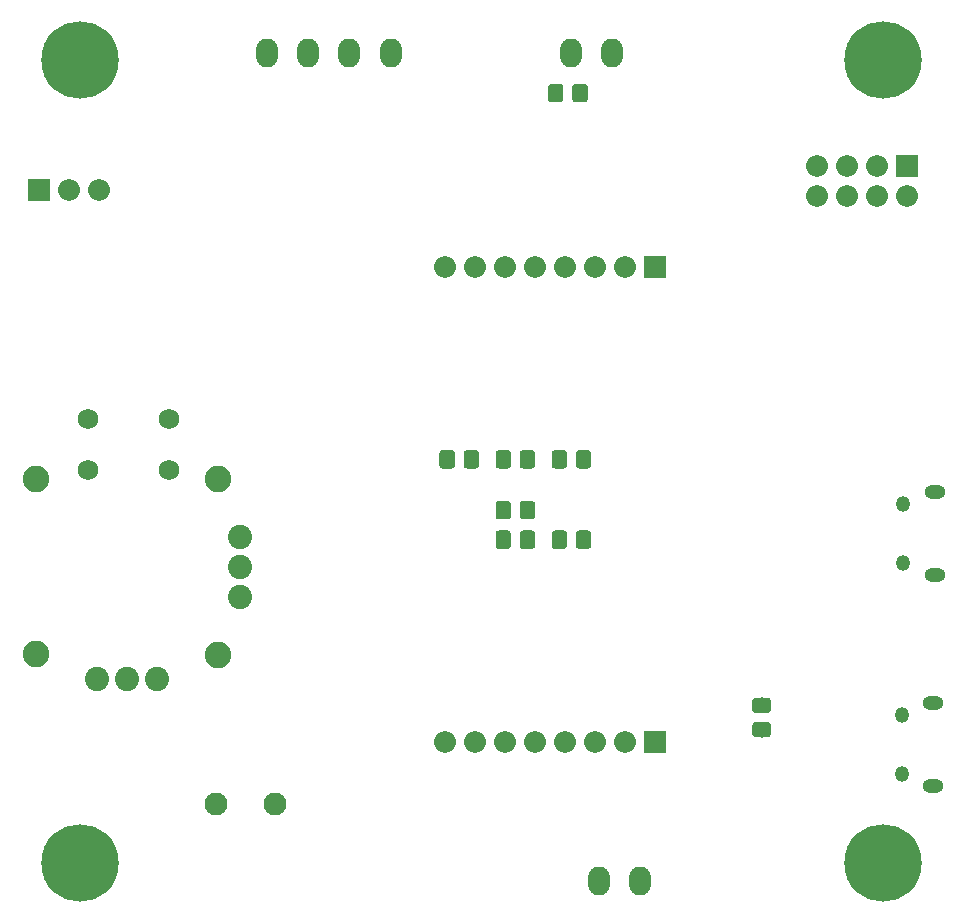
<source format=gbs>
G04 #@! TF.GenerationSoftware,KiCad,Pcbnew,(5.0.0)*
G04 #@! TF.CreationDate,2019-07-14T20:37:54+10:00*
G04 #@! TF.ProjectId,reflow-oven-rev-001,7265666C6F772D6F76656E2D7265762D,A*
G04 #@! TF.SameCoordinates,Original*
G04 #@! TF.FileFunction,Soldermask,Bot*
G04 #@! TF.FilePolarity,Negative*
%FSLAX46Y46*%
G04 Gerber Fmt 4.6, Leading zero omitted, Abs format (unit mm)*
G04 Created by KiCad (PCBNEW (5.0.0)) date 07/14/19 20:37:54*
%MOMM*%
%LPD*%
G01*
G04 APERTURE LIST*
%ADD10O,1.852400X1.852400*%
%ADD11R,1.852400X1.852400*%
%ADD12C,6.552400*%
%ADD13O,1.202400X1.352400*%
%ADD14O,1.802400X1.152400*%
%ADD15O,1.852400X2.452400*%
%ADD16C,1.952400*%
%ADD17C,0.150000*%
%ADD18C,1.302400*%
%ADD19C,2.052400*%
%ADD20C,2.252400*%
%ADD21C,1.752400*%
G04 APERTURE END LIST*
D10*
G04 #@! TO.C,J111*
X74920000Y-101750000D03*
X77460000Y-101750000D03*
X80000000Y-101750000D03*
X82540000Y-101750000D03*
X85080000Y-101750000D03*
X87620000Y-101750000D03*
X90160000Y-101750000D03*
D11*
X92700000Y-101750000D03*
G04 #@! TD*
G04 #@! TO.C,J110*
X92700000Y-61550000D03*
D10*
X90160000Y-61550000D03*
X87620000Y-61550000D03*
X85080000Y-61550000D03*
X82540000Y-61550000D03*
X80000000Y-61550000D03*
X77460000Y-61550000D03*
X74920000Y-61550000D03*
G04 #@! TD*
D12*
G04 #@! TO.C,MH104*
X112000000Y-112000000D03*
G04 #@! TD*
G04 #@! TO.C,MH101*
X112000000Y-44000000D03*
G04 #@! TD*
G04 #@! TO.C,MH103*
X44000000Y-112000000D03*
G04 #@! TD*
G04 #@! TO.C,MH102*
X44000000Y-44000000D03*
G04 #@! TD*
D13*
G04 #@! TO.C,J112*
X113550000Y-104450000D03*
X113550000Y-99450000D03*
D14*
X116250000Y-105450000D03*
X116250000Y-98450000D03*
G04 #@! TD*
D11*
G04 #@! TO.C,J107*
X114000000Y-53000000D03*
D10*
X114000000Y-55540000D03*
X111460000Y-53000000D03*
X111460000Y-55540000D03*
X108920000Y-53000000D03*
X108920000Y-55540000D03*
X106380000Y-53000000D03*
X106380000Y-55540000D03*
G04 #@! TD*
D14*
G04 #@! TO.C,J109*
X116350000Y-80600000D03*
X116350000Y-87600000D03*
D13*
X113650000Y-81600000D03*
X113650000Y-86600000D03*
G04 #@! TD*
D15*
G04 #@! TO.C,J104*
X89050000Y-43400000D03*
X85550000Y-43400000D03*
G04 #@! TD*
G04 #@! TO.C,J106*
X87950000Y-113500000D03*
X91450000Y-113500000D03*
G04 #@! TD*
G04 #@! TO.C,J101*
X70300000Y-43400000D03*
X66800000Y-43400000D03*
X63300000Y-43400000D03*
X59800000Y-43400000D03*
G04 #@! TD*
D16*
G04 #@! TO.C,BZ101*
X60500000Y-107000000D03*
X55500000Y-107000000D03*
G04 #@! TD*
D17*
G04 #@! TO.C,C101*
G36*
X84670822Y-46025163D02*
X84698306Y-46029240D01*
X84725258Y-46035991D01*
X84751419Y-46045352D01*
X84776537Y-46057232D01*
X84800369Y-46071516D01*
X84822686Y-46088068D01*
X84843273Y-46106727D01*
X84861932Y-46127314D01*
X84878484Y-46149631D01*
X84892768Y-46173463D01*
X84904648Y-46198581D01*
X84914009Y-46224742D01*
X84920760Y-46251694D01*
X84924837Y-46279178D01*
X84926200Y-46306930D01*
X84926200Y-47293070D01*
X84924837Y-47320822D01*
X84920760Y-47348306D01*
X84914009Y-47375258D01*
X84904648Y-47401419D01*
X84892768Y-47426537D01*
X84878484Y-47450369D01*
X84861932Y-47472686D01*
X84843273Y-47493273D01*
X84822686Y-47511932D01*
X84800369Y-47528484D01*
X84776537Y-47542768D01*
X84751419Y-47554648D01*
X84725258Y-47564009D01*
X84698306Y-47570760D01*
X84670822Y-47574837D01*
X84643070Y-47576200D01*
X83906930Y-47576200D01*
X83879178Y-47574837D01*
X83851694Y-47570760D01*
X83824742Y-47564009D01*
X83798581Y-47554648D01*
X83773463Y-47542768D01*
X83749631Y-47528484D01*
X83727314Y-47511932D01*
X83706727Y-47493273D01*
X83688068Y-47472686D01*
X83671516Y-47450369D01*
X83657232Y-47426537D01*
X83645352Y-47401419D01*
X83635991Y-47375258D01*
X83629240Y-47348306D01*
X83625163Y-47320822D01*
X83623800Y-47293070D01*
X83623800Y-46306930D01*
X83625163Y-46279178D01*
X83629240Y-46251694D01*
X83635991Y-46224742D01*
X83645352Y-46198581D01*
X83657232Y-46173463D01*
X83671516Y-46149631D01*
X83688068Y-46127314D01*
X83706727Y-46106727D01*
X83727314Y-46088068D01*
X83749631Y-46071516D01*
X83773463Y-46057232D01*
X83798581Y-46045352D01*
X83824742Y-46035991D01*
X83851694Y-46029240D01*
X83879178Y-46025163D01*
X83906930Y-46023800D01*
X84643070Y-46023800D01*
X84670822Y-46025163D01*
X84670822Y-46025163D01*
G37*
D18*
X84275000Y-46800000D03*
D17*
G36*
X86720822Y-46025163D02*
X86748306Y-46029240D01*
X86775258Y-46035991D01*
X86801419Y-46045352D01*
X86826537Y-46057232D01*
X86850369Y-46071516D01*
X86872686Y-46088068D01*
X86893273Y-46106727D01*
X86911932Y-46127314D01*
X86928484Y-46149631D01*
X86942768Y-46173463D01*
X86954648Y-46198581D01*
X86964009Y-46224742D01*
X86970760Y-46251694D01*
X86974837Y-46279178D01*
X86976200Y-46306930D01*
X86976200Y-47293070D01*
X86974837Y-47320822D01*
X86970760Y-47348306D01*
X86964009Y-47375258D01*
X86954648Y-47401419D01*
X86942768Y-47426537D01*
X86928484Y-47450369D01*
X86911932Y-47472686D01*
X86893273Y-47493273D01*
X86872686Y-47511932D01*
X86850369Y-47528484D01*
X86826537Y-47542768D01*
X86801419Y-47554648D01*
X86775258Y-47564009D01*
X86748306Y-47570760D01*
X86720822Y-47574837D01*
X86693070Y-47576200D01*
X85956930Y-47576200D01*
X85929178Y-47574837D01*
X85901694Y-47570760D01*
X85874742Y-47564009D01*
X85848581Y-47554648D01*
X85823463Y-47542768D01*
X85799631Y-47528484D01*
X85777314Y-47511932D01*
X85756727Y-47493273D01*
X85738068Y-47472686D01*
X85721516Y-47450369D01*
X85707232Y-47426537D01*
X85695352Y-47401419D01*
X85685991Y-47375258D01*
X85679240Y-47348306D01*
X85675163Y-47320822D01*
X85673800Y-47293070D01*
X85673800Y-46306930D01*
X85675163Y-46279178D01*
X85679240Y-46251694D01*
X85685991Y-46224742D01*
X85695352Y-46198581D01*
X85707232Y-46173463D01*
X85721516Y-46149631D01*
X85738068Y-46127314D01*
X85756727Y-46106727D01*
X85777314Y-46088068D01*
X85799631Y-46071516D01*
X85823463Y-46057232D01*
X85848581Y-46045352D01*
X85874742Y-46035991D01*
X85901694Y-46029240D01*
X85929178Y-46025163D01*
X85956930Y-46023800D01*
X86693070Y-46023800D01*
X86720822Y-46025163D01*
X86720822Y-46025163D01*
G37*
D18*
X86325000Y-46800000D03*
G04 #@! TD*
D17*
G04 #@! TO.C,C107*
G36*
X82270822Y-77025163D02*
X82298306Y-77029240D01*
X82325258Y-77035991D01*
X82351419Y-77045352D01*
X82376537Y-77057232D01*
X82400369Y-77071516D01*
X82422686Y-77088068D01*
X82443273Y-77106727D01*
X82461932Y-77127314D01*
X82478484Y-77149631D01*
X82492768Y-77173463D01*
X82504648Y-77198581D01*
X82514009Y-77224742D01*
X82520760Y-77251694D01*
X82524837Y-77279178D01*
X82526200Y-77306930D01*
X82526200Y-78293070D01*
X82524837Y-78320822D01*
X82520760Y-78348306D01*
X82514009Y-78375258D01*
X82504648Y-78401419D01*
X82492768Y-78426537D01*
X82478484Y-78450369D01*
X82461932Y-78472686D01*
X82443273Y-78493273D01*
X82422686Y-78511932D01*
X82400369Y-78528484D01*
X82376537Y-78542768D01*
X82351419Y-78554648D01*
X82325258Y-78564009D01*
X82298306Y-78570760D01*
X82270822Y-78574837D01*
X82243070Y-78576200D01*
X81506930Y-78576200D01*
X81479178Y-78574837D01*
X81451694Y-78570760D01*
X81424742Y-78564009D01*
X81398581Y-78554648D01*
X81373463Y-78542768D01*
X81349631Y-78528484D01*
X81327314Y-78511932D01*
X81306727Y-78493273D01*
X81288068Y-78472686D01*
X81271516Y-78450369D01*
X81257232Y-78426537D01*
X81245352Y-78401419D01*
X81235991Y-78375258D01*
X81229240Y-78348306D01*
X81225163Y-78320822D01*
X81223800Y-78293070D01*
X81223800Y-77306930D01*
X81225163Y-77279178D01*
X81229240Y-77251694D01*
X81235991Y-77224742D01*
X81245352Y-77198581D01*
X81257232Y-77173463D01*
X81271516Y-77149631D01*
X81288068Y-77127314D01*
X81306727Y-77106727D01*
X81327314Y-77088068D01*
X81349631Y-77071516D01*
X81373463Y-77057232D01*
X81398581Y-77045352D01*
X81424742Y-77035991D01*
X81451694Y-77029240D01*
X81479178Y-77025163D01*
X81506930Y-77023800D01*
X82243070Y-77023800D01*
X82270822Y-77025163D01*
X82270822Y-77025163D01*
G37*
D18*
X81875000Y-77800000D03*
D17*
G36*
X80220822Y-77025163D02*
X80248306Y-77029240D01*
X80275258Y-77035991D01*
X80301419Y-77045352D01*
X80326537Y-77057232D01*
X80350369Y-77071516D01*
X80372686Y-77088068D01*
X80393273Y-77106727D01*
X80411932Y-77127314D01*
X80428484Y-77149631D01*
X80442768Y-77173463D01*
X80454648Y-77198581D01*
X80464009Y-77224742D01*
X80470760Y-77251694D01*
X80474837Y-77279178D01*
X80476200Y-77306930D01*
X80476200Y-78293070D01*
X80474837Y-78320822D01*
X80470760Y-78348306D01*
X80464009Y-78375258D01*
X80454648Y-78401419D01*
X80442768Y-78426537D01*
X80428484Y-78450369D01*
X80411932Y-78472686D01*
X80393273Y-78493273D01*
X80372686Y-78511932D01*
X80350369Y-78528484D01*
X80326537Y-78542768D01*
X80301419Y-78554648D01*
X80275258Y-78564009D01*
X80248306Y-78570760D01*
X80220822Y-78574837D01*
X80193070Y-78576200D01*
X79456930Y-78576200D01*
X79429178Y-78574837D01*
X79401694Y-78570760D01*
X79374742Y-78564009D01*
X79348581Y-78554648D01*
X79323463Y-78542768D01*
X79299631Y-78528484D01*
X79277314Y-78511932D01*
X79256727Y-78493273D01*
X79238068Y-78472686D01*
X79221516Y-78450369D01*
X79207232Y-78426537D01*
X79195352Y-78401419D01*
X79185991Y-78375258D01*
X79179240Y-78348306D01*
X79175163Y-78320822D01*
X79173800Y-78293070D01*
X79173800Y-77306930D01*
X79175163Y-77279178D01*
X79179240Y-77251694D01*
X79185991Y-77224742D01*
X79195352Y-77198581D01*
X79207232Y-77173463D01*
X79221516Y-77149631D01*
X79238068Y-77127314D01*
X79256727Y-77106727D01*
X79277314Y-77088068D01*
X79299631Y-77071516D01*
X79323463Y-77057232D01*
X79348581Y-77045352D01*
X79374742Y-77035991D01*
X79401694Y-77029240D01*
X79429178Y-77025163D01*
X79456930Y-77023800D01*
X80193070Y-77023800D01*
X80220822Y-77025163D01*
X80220822Y-77025163D01*
G37*
D18*
X79825000Y-77800000D03*
G04 #@! TD*
D17*
G04 #@! TO.C,C108*
G36*
X80220822Y-81325163D02*
X80248306Y-81329240D01*
X80275258Y-81335991D01*
X80301419Y-81345352D01*
X80326537Y-81357232D01*
X80350369Y-81371516D01*
X80372686Y-81388068D01*
X80393273Y-81406727D01*
X80411932Y-81427314D01*
X80428484Y-81449631D01*
X80442768Y-81473463D01*
X80454648Y-81498581D01*
X80464009Y-81524742D01*
X80470760Y-81551694D01*
X80474837Y-81579178D01*
X80476200Y-81606930D01*
X80476200Y-82593070D01*
X80474837Y-82620822D01*
X80470760Y-82648306D01*
X80464009Y-82675258D01*
X80454648Y-82701419D01*
X80442768Y-82726537D01*
X80428484Y-82750369D01*
X80411932Y-82772686D01*
X80393273Y-82793273D01*
X80372686Y-82811932D01*
X80350369Y-82828484D01*
X80326537Y-82842768D01*
X80301419Y-82854648D01*
X80275258Y-82864009D01*
X80248306Y-82870760D01*
X80220822Y-82874837D01*
X80193070Y-82876200D01*
X79456930Y-82876200D01*
X79429178Y-82874837D01*
X79401694Y-82870760D01*
X79374742Y-82864009D01*
X79348581Y-82854648D01*
X79323463Y-82842768D01*
X79299631Y-82828484D01*
X79277314Y-82811932D01*
X79256727Y-82793273D01*
X79238068Y-82772686D01*
X79221516Y-82750369D01*
X79207232Y-82726537D01*
X79195352Y-82701419D01*
X79185991Y-82675258D01*
X79179240Y-82648306D01*
X79175163Y-82620822D01*
X79173800Y-82593070D01*
X79173800Y-81606930D01*
X79175163Y-81579178D01*
X79179240Y-81551694D01*
X79185991Y-81524742D01*
X79195352Y-81498581D01*
X79207232Y-81473463D01*
X79221516Y-81449631D01*
X79238068Y-81427314D01*
X79256727Y-81406727D01*
X79277314Y-81388068D01*
X79299631Y-81371516D01*
X79323463Y-81357232D01*
X79348581Y-81345352D01*
X79374742Y-81335991D01*
X79401694Y-81329240D01*
X79429178Y-81325163D01*
X79456930Y-81323800D01*
X80193070Y-81323800D01*
X80220822Y-81325163D01*
X80220822Y-81325163D01*
G37*
D18*
X79825000Y-82100000D03*
D17*
G36*
X82270822Y-81325163D02*
X82298306Y-81329240D01*
X82325258Y-81335991D01*
X82351419Y-81345352D01*
X82376537Y-81357232D01*
X82400369Y-81371516D01*
X82422686Y-81388068D01*
X82443273Y-81406727D01*
X82461932Y-81427314D01*
X82478484Y-81449631D01*
X82492768Y-81473463D01*
X82504648Y-81498581D01*
X82514009Y-81524742D01*
X82520760Y-81551694D01*
X82524837Y-81579178D01*
X82526200Y-81606930D01*
X82526200Y-82593070D01*
X82524837Y-82620822D01*
X82520760Y-82648306D01*
X82514009Y-82675258D01*
X82504648Y-82701419D01*
X82492768Y-82726537D01*
X82478484Y-82750369D01*
X82461932Y-82772686D01*
X82443273Y-82793273D01*
X82422686Y-82811932D01*
X82400369Y-82828484D01*
X82376537Y-82842768D01*
X82351419Y-82854648D01*
X82325258Y-82864009D01*
X82298306Y-82870760D01*
X82270822Y-82874837D01*
X82243070Y-82876200D01*
X81506930Y-82876200D01*
X81479178Y-82874837D01*
X81451694Y-82870760D01*
X81424742Y-82864009D01*
X81398581Y-82854648D01*
X81373463Y-82842768D01*
X81349631Y-82828484D01*
X81327314Y-82811932D01*
X81306727Y-82793273D01*
X81288068Y-82772686D01*
X81271516Y-82750369D01*
X81257232Y-82726537D01*
X81245352Y-82701419D01*
X81235991Y-82675258D01*
X81229240Y-82648306D01*
X81225163Y-82620822D01*
X81223800Y-82593070D01*
X81223800Y-81606930D01*
X81225163Y-81579178D01*
X81229240Y-81551694D01*
X81235991Y-81524742D01*
X81245352Y-81498581D01*
X81257232Y-81473463D01*
X81271516Y-81449631D01*
X81288068Y-81427314D01*
X81306727Y-81406727D01*
X81327314Y-81388068D01*
X81349631Y-81371516D01*
X81373463Y-81357232D01*
X81398581Y-81345352D01*
X81424742Y-81335991D01*
X81451694Y-81329240D01*
X81479178Y-81325163D01*
X81506930Y-81323800D01*
X82243070Y-81323800D01*
X82270822Y-81325163D01*
X82270822Y-81325163D01*
G37*
D18*
X81875000Y-82100000D03*
G04 #@! TD*
D17*
G04 #@! TO.C,C109*
G36*
X82270822Y-83825163D02*
X82298306Y-83829240D01*
X82325258Y-83835991D01*
X82351419Y-83845352D01*
X82376537Y-83857232D01*
X82400369Y-83871516D01*
X82422686Y-83888068D01*
X82443273Y-83906727D01*
X82461932Y-83927314D01*
X82478484Y-83949631D01*
X82492768Y-83973463D01*
X82504648Y-83998581D01*
X82514009Y-84024742D01*
X82520760Y-84051694D01*
X82524837Y-84079178D01*
X82526200Y-84106930D01*
X82526200Y-85093070D01*
X82524837Y-85120822D01*
X82520760Y-85148306D01*
X82514009Y-85175258D01*
X82504648Y-85201419D01*
X82492768Y-85226537D01*
X82478484Y-85250369D01*
X82461932Y-85272686D01*
X82443273Y-85293273D01*
X82422686Y-85311932D01*
X82400369Y-85328484D01*
X82376537Y-85342768D01*
X82351419Y-85354648D01*
X82325258Y-85364009D01*
X82298306Y-85370760D01*
X82270822Y-85374837D01*
X82243070Y-85376200D01*
X81506930Y-85376200D01*
X81479178Y-85374837D01*
X81451694Y-85370760D01*
X81424742Y-85364009D01*
X81398581Y-85354648D01*
X81373463Y-85342768D01*
X81349631Y-85328484D01*
X81327314Y-85311932D01*
X81306727Y-85293273D01*
X81288068Y-85272686D01*
X81271516Y-85250369D01*
X81257232Y-85226537D01*
X81245352Y-85201419D01*
X81235991Y-85175258D01*
X81229240Y-85148306D01*
X81225163Y-85120822D01*
X81223800Y-85093070D01*
X81223800Y-84106930D01*
X81225163Y-84079178D01*
X81229240Y-84051694D01*
X81235991Y-84024742D01*
X81245352Y-83998581D01*
X81257232Y-83973463D01*
X81271516Y-83949631D01*
X81288068Y-83927314D01*
X81306727Y-83906727D01*
X81327314Y-83888068D01*
X81349631Y-83871516D01*
X81373463Y-83857232D01*
X81398581Y-83845352D01*
X81424742Y-83835991D01*
X81451694Y-83829240D01*
X81479178Y-83825163D01*
X81506930Y-83823800D01*
X82243070Y-83823800D01*
X82270822Y-83825163D01*
X82270822Y-83825163D01*
G37*
D18*
X81875000Y-84600000D03*
D17*
G36*
X80220822Y-83825163D02*
X80248306Y-83829240D01*
X80275258Y-83835991D01*
X80301419Y-83845352D01*
X80326537Y-83857232D01*
X80350369Y-83871516D01*
X80372686Y-83888068D01*
X80393273Y-83906727D01*
X80411932Y-83927314D01*
X80428484Y-83949631D01*
X80442768Y-83973463D01*
X80454648Y-83998581D01*
X80464009Y-84024742D01*
X80470760Y-84051694D01*
X80474837Y-84079178D01*
X80476200Y-84106930D01*
X80476200Y-85093070D01*
X80474837Y-85120822D01*
X80470760Y-85148306D01*
X80464009Y-85175258D01*
X80454648Y-85201419D01*
X80442768Y-85226537D01*
X80428484Y-85250369D01*
X80411932Y-85272686D01*
X80393273Y-85293273D01*
X80372686Y-85311932D01*
X80350369Y-85328484D01*
X80326537Y-85342768D01*
X80301419Y-85354648D01*
X80275258Y-85364009D01*
X80248306Y-85370760D01*
X80220822Y-85374837D01*
X80193070Y-85376200D01*
X79456930Y-85376200D01*
X79429178Y-85374837D01*
X79401694Y-85370760D01*
X79374742Y-85364009D01*
X79348581Y-85354648D01*
X79323463Y-85342768D01*
X79299631Y-85328484D01*
X79277314Y-85311932D01*
X79256727Y-85293273D01*
X79238068Y-85272686D01*
X79221516Y-85250369D01*
X79207232Y-85226537D01*
X79195352Y-85201419D01*
X79185991Y-85175258D01*
X79179240Y-85148306D01*
X79175163Y-85120822D01*
X79173800Y-85093070D01*
X79173800Y-84106930D01*
X79175163Y-84079178D01*
X79179240Y-84051694D01*
X79185991Y-84024742D01*
X79195352Y-83998581D01*
X79207232Y-83973463D01*
X79221516Y-83949631D01*
X79238068Y-83927314D01*
X79256727Y-83906727D01*
X79277314Y-83888068D01*
X79299631Y-83871516D01*
X79323463Y-83857232D01*
X79348581Y-83845352D01*
X79374742Y-83835991D01*
X79401694Y-83829240D01*
X79429178Y-83825163D01*
X79456930Y-83823800D01*
X80193070Y-83823800D01*
X80220822Y-83825163D01*
X80220822Y-83825163D01*
G37*
D18*
X79825000Y-84600000D03*
G04 #@! TD*
D17*
G04 #@! TO.C,C110*
G36*
X87020822Y-83825163D02*
X87048306Y-83829240D01*
X87075258Y-83835991D01*
X87101419Y-83845352D01*
X87126537Y-83857232D01*
X87150369Y-83871516D01*
X87172686Y-83888068D01*
X87193273Y-83906727D01*
X87211932Y-83927314D01*
X87228484Y-83949631D01*
X87242768Y-83973463D01*
X87254648Y-83998581D01*
X87264009Y-84024742D01*
X87270760Y-84051694D01*
X87274837Y-84079178D01*
X87276200Y-84106930D01*
X87276200Y-85093070D01*
X87274837Y-85120822D01*
X87270760Y-85148306D01*
X87264009Y-85175258D01*
X87254648Y-85201419D01*
X87242768Y-85226537D01*
X87228484Y-85250369D01*
X87211932Y-85272686D01*
X87193273Y-85293273D01*
X87172686Y-85311932D01*
X87150369Y-85328484D01*
X87126537Y-85342768D01*
X87101419Y-85354648D01*
X87075258Y-85364009D01*
X87048306Y-85370760D01*
X87020822Y-85374837D01*
X86993070Y-85376200D01*
X86256930Y-85376200D01*
X86229178Y-85374837D01*
X86201694Y-85370760D01*
X86174742Y-85364009D01*
X86148581Y-85354648D01*
X86123463Y-85342768D01*
X86099631Y-85328484D01*
X86077314Y-85311932D01*
X86056727Y-85293273D01*
X86038068Y-85272686D01*
X86021516Y-85250369D01*
X86007232Y-85226537D01*
X85995352Y-85201419D01*
X85985991Y-85175258D01*
X85979240Y-85148306D01*
X85975163Y-85120822D01*
X85973800Y-85093070D01*
X85973800Y-84106930D01*
X85975163Y-84079178D01*
X85979240Y-84051694D01*
X85985991Y-84024742D01*
X85995352Y-83998581D01*
X86007232Y-83973463D01*
X86021516Y-83949631D01*
X86038068Y-83927314D01*
X86056727Y-83906727D01*
X86077314Y-83888068D01*
X86099631Y-83871516D01*
X86123463Y-83857232D01*
X86148581Y-83845352D01*
X86174742Y-83835991D01*
X86201694Y-83829240D01*
X86229178Y-83825163D01*
X86256930Y-83823800D01*
X86993070Y-83823800D01*
X87020822Y-83825163D01*
X87020822Y-83825163D01*
G37*
D18*
X86625000Y-84600000D03*
D17*
G36*
X84970822Y-83825163D02*
X84998306Y-83829240D01*
X85025258Y-83835991D01*
X85051419Y-83845352D01*
X85076537Y-83857232D01*
X85100369Y-83871516D01*
X85122686Y-83888068D01*
X85143273Y-83906727D01*
X85161932Y-83927314D01*
X85178484Y-83949631D01*
X85192768Y-83973463D01*
X85204648Y-83998581D01*
X85214009Y-84024742D01*
X85220760Y-84051694D01*
X85224837Y-84079178D01*
X85226200Y-84106930D01*
X85226200Y-85093070D01*
X85224837Y-85120822D01*
X85220760Y-85148306D01*
X85214009Y-85175258D01*
X85204648Y-85201419D01*
X85192768Y-85226537D01*
X85178484Y-85250369D01*
X85161932Y-85272686D01*
X85143273Y-85293273D01*
X85122686Y-85311932D01*
X85100369Y-85328484D01*
X85076537Y-85342768D01*
X85051419Y-85354648D01*
X85025258Y-85364009D01*
X84998306Y-85370760D01*
X84970822Y-85374837D01*
X84943070Y-85376200D01*
X84206930Y-85376200D01*
X84179178Y-85374837D01*
X84151694Y-85370760D01*
X84124742Y-85364009D01*
X84098581Y-85354648D01*
X84073463Y-85342768D01*
X84049631Y-85328484D01*
X84027314Y-85311932D01*
X84006727Y-85293273D01*
X83988068Y-85272686D01*
X83971516Y-85250369D01*
X83957232Y-85226537D01*
X83945352Y-85201419D01*
X83935991Y-85175258D01*
X83929240Y-85148306D01*
X83925163Y-85120822D01*
X83923800Y-85093070D01*
X83923800Y-84106930D01*
X83925163Y-84079178D01*
X83929240Y-84051694D01*
X83935991Y-84024742D01*
X83945352Y-83998581D01*
X83957232Y-83973463D01*
X83971516Y-83949631D01*
X83988068Y-83927314D01*
X84006727Y-83906727D01*
X84027314Y-83888068D01*
X84049631Y-83871516D01*
X84073463Y-83857232D01*
X84098581Y-83845352D01*
X84124742Y-83835991D01*
X84151694Y-83829240D01*
X84179178Y-83825163D01*
X84206930Y-83823800D01*
X84943070Y-83823800D01*
X84970822Y-83825163D01*
X84970822Y-83825163D01*
G37*
D18*
X84575000Y-84600000D03*
G04 #@! TD*
D17*
G04 #@! TO.C,C111*
G36*
X87020822Y-77025163D02*
X87048306Y-77029240D01*
X87075258Y-77035991D01*
X87101419Y-77045352D01*
X87126537Y-77057232D01*
X87150369Y-77071516D01*
X87172686Y-77088068D01*
X87193273Y-77106727D01*
X87211932Y-77127314D01*
X87228484Y-77149631D01*
X87242768Y-77173463D01*
X87254648Y-77198581D01*
X87264009Y-77224742D01*
X87270760Y-77251694D01*
X87274837Y-77279178D01*
X87276200Y-77306930D01*
X87276200Y-78293070D01*
X87274837Y-78320822D01*
X87270760Y-78348306D01*
X87264009Y-78375258D01*
X87254648Y-78401419D01*
X87242768Y-78426537D01*
X87228484Y-78450369D01*
X87211932Y-78472686D01*
X87193273Y-78493273D01*
X87172686Y-78511932D01*
X87150369Y-78528484D01*
X87126537Y-78542768D01*
X87101419Y-78554648D01*
X87075258Y-78564009D01*
X87048306Y-78570760D01*
X87020822Y-78574837D01*
X86993070Y-78576200D01*
X86256930Y-78576200D01*
X86229178Y-78574837D01*
X86201694Y-78570760D01*
X86174742Y-78564009D01*
X86148581Y-78554648D01*
X86123463Y-78542768D01*
X86099631Y-78528484D01*
X86077314Y-78511932D01*
X86056727Y-78493273D01*
X86038068Y-78472686D01*
X86021516Y-78450369D01*
X86007232Y-78426537D01*
X85995352Y-78401419D01*
X85985991Y-78375258D01*
X85979240Y-78348306D01*
X85975163Y-78320822D01*
X85973800Y-78293070D01*
X85973800Y-77306930D01*
X85975163Y-77279178D01*
X85979240Y-77251694D01*
X85985991Y-77224742D01*
X85995352Y-77198581D01*
X86007232Y-77173463D01*
X86021516Y-77149631D01*
X86038068Y-77127314D01*
X86056727Y-77106727D01*
X86077314Y-77088068D01*
X86099631Y-77071516D01*
X86123463Y-77057232D01*
X86148581Y-77045352D01*
X86174742Y-77035991D01*
X86201694Y-77029240D01*
X86229178Y-77025163D01*
X86256930Y-77023800D01*
X86993070Y-77023800D01*
X87020822Y-77025163D01*
X87020822Y-77025163D01*
G37*
D18*
X86625000Y-77800000D03*
D17*
G36*
X84970822Y-77025163D02*
X84998306Y-77029240D01*
X85025258Y-77035991D01*
X85051419Y-77045352D01*
X85076537Y-77057232D01*
X85100369Y-77071516D01*
X85122686Y-77088068D01*
X85143273Y-77106727D01*
X85161932Y-77127314D01*
X85178484Y-77149631D01*
X85192768Y-77173463D01*
X85204648Y-77198581D01*
X85214009Y-77224742D01*
X85220760Y-77251694D01*
X85224837Y-77279178D01*
X85226200Y-77306930D01*
X85226200Y-78293070D01*
X85224837Y-78320822D01*
X85220760Y-78348306D01*
X85214009Y-78375258D01*
X85204648Y-78401419D01*
X85192768Y-78426537D01*
X85178484Y-78450369D01*
X85161932Y-78472686D01*
X85143273Y-78493273D01*
X85122686Y-78511932D01*
X85100369Y-78528484D01*
X85076537Y-78542768D01*
X85051419Y-78554648D01*
X85025258Y-78564009D01*
X84998306Y-78570760D01*
X84970822Y-78574837D01*
X84943070Y-78576200D01*
X84206930Y-78576200D01*
X84179178Y-78574837D01*
X84151694Y-78570760D01*
X84124742Y-78564009D01*
X84098581Y-78554648D01*
X84073463Y-78542768D01*
X84049631Y-78528484D01*
X84027314Y-78511932D01*
X84006727Y-78493273D01*
X83988068Y-78472686D01*
X83971516Y-78450369D01*
X83957232Y-78426537D01*
X83945352Y-78401419D01*
X83935991Y-78375258D01*
X83929240Y-78348306D01*
X83925163Y-78320822D01*
X83923800Y-78293070D01*
X83923800Y-77306930D01*
X83925163Y-77279178D01*
X83929240Y-77251694D01*
X83935991Y-77224742D01*
X83945352Y-77198581D01*
X83957232Y-77173463D01*
X83971516Y-77149631D01*
X83988068Y-77127314D01*
X84006727Y-77106727D01*
X84027314Y-77088068D01*
X84049631Y-77071516D01*
X84073463Y-77057232D01*
X84098581Y-77045352D01*
X84124742Y-77035991D01*
X84151694Y-77029240D01*
X84179178Y-77025163D01*
X84206930Y-77023800D01*
X84943070Y-77023800D01*
X84970822Y-77025163D01*
X84970822Y-77025163D01*
G37*
D18*
X84575000Y-77800000D03*
G04 #@! TD*
D17*
G04 #@! TO.C,C112*
G36*
X75470822Y-77025163D02*
X75498306Y-77029240D01*
X75525258Y-77035991D01*
X75551419Y-77045352D01*
X75576537Y-77057232D01*
X75600369Y-77071516D01*
X75622686Y-77088068D01*
X75643273Y-77106727D01*
X75661932Y-77127314D01*
X75678484Y-77149631D01*
X75692768Y-77173463D01*
X75704648Y-77198581D01*
X75714009Y-77224742D01*
X75720760Y-77251694D01*
X75724837Y-77279178D01*
X75726200Y-77306930D01*
X75726200Y-78293070D01*
X75724837Y-78320822D01*
X75720760Y-78348306D01*
X75714009Y-78375258D01*
X75704648Y-78401419D01*
X75692768Y-78426537D01*
X75678484Y-78450369D01*
X75661932Y-78472686D01*
X75643273Y-78493273D01*
X75622686Y-78511932D01*
X75600369Y-78528484D01*
X75576537Y-78542768D01*
X75551419Y-78554648D01*
X75525258Y-78564009D01*
X75498306Y-78570760D01*
X75470822Y-78574837D01*
X75443070Y-78576200D01*
X74706930Y-78576200D01*
X74679178Y-78574837D01*
X74651694Y-78570760D01*
X74624742Y-78564009D01*
X74598581Y-78554648D01*
X74573463Y-78542768D01*
X74549631Y-78528484D01*
X74527314Y-78511932D01*
X74506727Y-78493273D01*
X74488068Y-78472686D01*
X74471516Y-78450369D01*
X74457232Y-78426537D01*
X74445352Y-78401419D01*
X74435991Y-78375258D01*
X74429240Y-78348306D01*
X74425163Y-78320822D01*
X74423800Y-78293070D01*
X74423800Y-77306930D01*
X74425163Y-77279178D01*
X74429240Y-77251694D01*
X74435991Y-77224742D01*
X74445352Y-77198581D01*
X74457232Y-77173463D01*
X74471516Y-77149631D01*
X74488068Y-77127314D01*
X74506727Y-77106727D01*
X74527314Y-77088068D01*
X74549631Y-77071516D01*
X74573463Y-77057232D01*
X74598581Y-77045352D01*
X74624742Y-77035991D01*
X74651694Y-77029240D01*
X74679178Y-77025163D01*
X74706930Y-77023800D01*
X75443070Y-77023800D01*
X75470822Y-77025163D01*
X75470822Y-77025163D01*
G37*
D18*
X75075000Y-77800000D03*
D17*
G36*
X77520822Y-77025163D02*
X77548306Y-77029240D01*
X77575258Y-77035991D01*
X77601419Y-77045352D01*
X77626537Y-77057232D01*
X77650369Y-77071516D01*
X77672686Y-77088068D01*
X77693273Y-77106727D01*
X77711932Y-77127314D01*
X77728484Y-77149631D01*
X77742768Y-77173463D01*
X77754648Y-77198581D01*
X77764009Y-77224742D01*
X77770760Y-77251694D01*
X77774837Y-77279178D01*
X77776200Y-77306930D01*
X77776200Y-78293070D01*
X77774837Y-78320822D01*
X77770760Y-78348306D01*
X77764009Y-78375258D01*
X77754648Y-78401419D01*
X77742768Y-78426537D01*
X77728484Y-78450369D01*
X77711932Y-78472686D01*
X77693273Y-78493273D01*
X77672686Y-78511932D01*
X77650369Y-78528484D01*
X77626537Y-78542768D01*
X77601419Y-78554648D01*
X77575258Y-78564009D01*
X77548306Y-78570760D01*
X77520822Y-78574837D01*
X77493070Y-78576200D01*
X76756930Y-78576200D01*
X76729178Y-78574837D01*
X76701694Y-78570760D01*
X76674742Y-78564009D01*
X76648581Y-78554648D01*
X76623463Y-78542768D01*
X76599631Y-78528484D01*
X76577314Y-78511932D01*
X76556727Y-78493273D01*
X76538068Y-78472686D01*
X76521516Y-78450369D01*
X76507232Y-78426537D01*
X76495352Y-78401419D01*
X76485991Y-78375258D01*
X76479240Y-78348306D01*
X76475163Y-78320822D01*
X76473800Y-78293070D01*
X76473800Y-77306930D01*
X76475163Y-77279178D01*
X76479240Y-77251694D01*
X76485991Y-77224742D01*
X76495352Y-77198581D01*
X76507232Y-77173463D01*
X76521516Y-77149631D01*
X76538068Y-77127314D01*
X76556727Y-77106727D01*
X76577314Y-77088068D01*
X76599631Y-77071516D01*
X76623463Y-77057232D01*
X76648581Y-77045352D01*
X76674742Y-77035991D01*
X76701694Y-77029240D01*
X76729178Y-77025163D01*
X76756930Y-77023800D01*
X77493070Y-77023800D01*
X77520822Y-77025163D01*
X77520822Y-77025163D01*
G37*
D18*
X77125000Y-77800000D03*
G04 #@! TD*
D17*
G04 #@! TO.C,C117*
G36*
X102220822Y-97975163D02*
X102248306Y-97979240D01*
X102275258Y-97985991D01*
X102301419Y-97995352D01*
X102326537Y-98007232D01*
X102350369Y-98021516D01*
X102372686Y-98038068D01*
X102393273Y-98056727D01*
X102411932Y-98077314D01*
X102428484Y-98099631D01*
X102442768Y-98123463D01*
X102454648Y-98148581D01*
X102464009Y-98174742D01*
X102470760Y-98201694D01*
X102474837Y-98229178D01*
X102476200Y-98256930D01*
X102476200Y-98993070D01*
X102474837Y-99020822D01*
X102470760Y-99048306D01*
X102464009Y-99075258D01*
X102454648Y-99101419D01*
X102442768Y-99126537D01*
X102428484Y-99150369D01*
X102411932Y-99172686D01*
X102393273Y-99193273D01*
X102372686Y-99211932D01*
X102350369Y-99228484D01*
X102326537Y-99242768D01*
X102301419Y-99254648D01*
X102275258Y-99264009D01*
X102248306Y-99270760D01*
X102220822Y-99274837D01*
X102193070Y-99276200D01*
X101206930Y-99276200D01*
X101179178Y-99274837D01*
X101151694Y-99270760D01*
X101124742Y-99264009D01*
X101098581Y-99254648D01*
X101073463Y-99242768D01*
X101049631Y-99228484D01*
X101027314Y-99211932D01*
X101006727Y-99193273D01*
X100988068Y-99172686D01*
X100971516Y-99150369D01*
X100957232Y-99126537D01*
X100945352Y-99101419D01*
X100935991Y-99075258D01*
X100929240Y-99048306D01*
X100925163Y-99020822D01*
X100923800Y-98993070D01*
X100923800Y-98256930D01*
X100925163Y-98229178D01*
X100929240Y-98201694D01*
X100935991Y-98174742D01*
X100945352Y-98148581D01*
X100957232Y-98123463D01*
X100971516Y-98099631D01*
X100988068Y-98077314D01*
X101006727Y-98056727D01*
X101027314Y-98038068D01*
X101049631Y-98021516D01*
X101073463Y-98007232D01*
X101098581Y-97995352D01*
X101124742Y-97985991D01*
X101151694Y-97979240D01*
X101179178Y-97975163D01*
X101206930Y-97973800D01*
X102193070Y-97973800D01*
X102220822Y-97975163D01*
X102220822Y-97975163D01*
G37*
D18*
X101700000Y-98625000D03*
D17*
G36*
X102220822Y-100025163D02*
X102248306Y-100029240D01*
X102275258Y-100035991D01*
X102301419Y-100045352D01*
X102326537Y-100057232D01*
X102350369Y-100071516D01*
X102372686Y-100088068D01*
X102393273Y-100106727D01*
X102411932Y-100127314D01*
X102428484Y-100149631D01*
X102442768Y-100173463D01*
X102454648Y-100198581D01*
X102464009Y-100224742D01*
X102470760Y-100251694D01*
X102474837Y-100279178D01*
X102476200Y-100306930D01*
X102476200Y-101043070D01*
X102474837Y-101070822D01*
X102470760Y-101098306D01*
X102464009Y-101125258D01*
X102454648Y-101151419D01*
X102442768Y-101176537D01*
X102428484Y-101200369D01*
X102411932Y-101222686D01*
X102393273Y-101243273D01*
X102372686Y-101261932D01*
X102350369Y-101278484D01*
X102326537Y-101292768D01*
X102301419Y-101304648D01*
X102275258Y-101314009D01*
X102248306Y-101320760D01*
X102220822Y-101324837D01*
X102193070Y-101326200D01*
X101206930Y-101326200D01*
X101179178Y-101324837D01*
X101151694Y-101320760D01*
X101124742Y-101314009D01*
X101098581Y-101304648D01*
X101073463Y-101292768D01*
X101049631Y-101278484D01*
X101027314Y-101261932D01*
X101006727Y-101243273D01*
X100988068Y-101222686D01*
X100971516Y-101200369D01*
X100957232Y-101176537D01*
X100945352Y-101151419D01*
X100935991Y-101125258D01*
X100929240Y-101098306D01*
X100925163Y-101070822D01*
X100923800Y-101043070D01*
X100923800Y-100306930D01*
X100925163Y-100279178D01*
X100929240Y-100251694D01*
X100935991Y-100224742D01*
X100945352Y-100198581D01*
X100957232Y-100173463D01*
X100971516Y-100149631D01*
X100988068Y-100127314D01*
X101006727Y-100106727D01*
X101027314Y-100088068D01*
X101049631Y-100071516D01*
X101073463Y-100057232D01*
X101098581Y-100045352D01*
X101124742Y-100035991D01*
X101151694Y-100029240D01*
X101179178Y-100025163D01*
X101206930Y-100023800D01*
X102193070Y-100023800D01*
X102220822Y-100025163D01*
X102220822Y-100025163D01*
G37*
D18*
X101700000Y-100675000D03*
G04 #@! TD*
D19*
G04 #@! TO.C,H101*
X57500000Y-89440000D03*
D20*
X55700000Y-94350000D03*
D21*
X51550000Y-78700000D03*
X44700000Y-78700000D03*
X44700000Y-74400000D03*
X51550000Y-74400000D03*
D19*
X57500000Y-86900000D03*
X57500000Y-84360000D03*
X48000000Y-96400000D03*
X50540000Y-96400000D03*
X45460000Y-96400000D03*
D20*
X40300000Y-94300000D03*
X40300000Y-79500000D03*
X55700000Y-79500000D03*
G04 #@! TD*
D11*
G04 #@! TO.C,J105*
X40500000Y-55000000D03*
D10*
X43040000Y-55000000D03*
X45580000Y-55000000D03*
G04 #@! TD*
M02*

</source>
